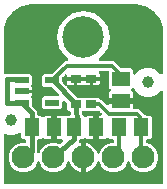
<source format=gbr>
G04 EAGLE Gerber RS-274X export*
G75*
%MOMM*%
%FSLAX34Y34*%
%LPD*%
%INTop Copper*%
%IPPOS*%
%AMOC8*
5,1,8,0,0,1.08239X$1,22.5*%
G01*
%ADD10R,0.900000X0.660000*%
%ADD11R,1.300000X1.500000*%
%ADD12C,1.000000*%
%ADD13R,1.200000X0.550000*%
%ADD14R,1.500000X1.300000*%
%ADD15C,1.930400*%
%ADD16C,3.516000*%
%ADD17C,0.304800*%
%ADD18C,0.906400*%
%ADD19C,0.406400*%

G36*
X46448Y50816D02*
X46448Y50816D01*
X46567Y50823D01*
X46605Y50836D01*
X46645Y50841D01*
X46756Y50885D01*
X46869Y50921D01*
X46904Y50943D01*
X46941Y50958D01*
X47037Y51028D01*
X47138Y51091D01*
X47166Y51121D01*
X47198Y51145D01*
X47274Y51236D01*
X47356Y51323D01*
X47375Y51358D01*
X47401Y51390D01*
X47452Y51497D01*
X47509Y51601D01*
X47520Y51641D01*
X47537Y51677D01*
X47559Y51794D01*
X47589Y51909D01*
X47593Y51970D01*
X47597Y51990D01*
X47595Y52010D01*
X47599Y52070D01*
X47599Y60841D01*
X51894Y60841D01*
X52541Y60668D01*
X52555Y60659D01*
X52659Y60616D01*
X52759Y60564D01*
X52805Y60554D01*
X52849Y60536D01*
X52960Y60519D01*
X53070Y60495D01*
X53117Y60496D01*
X53163Y60489D01*
X53275Y60501D01*
X53387Y60504D01*
X53433Y60518D01*
X53480Y60522D01*
X53585Y60562D01*
X53693Y60593D01*
X53733Y60617D01*
X53778Y60633D01*
X53870Y60697D01*
X53967Y60754D01*
X54021Y60802D01*
X54039Y60815D01*
X54051Y60828D01*
X54065Y60841D01*
X57863Y60841D01*
X57871Y60842D01*
X57879Y60841D01*
X58029Y60862D01*
X58179Y60881D01*
X58186Y60883D01*
X58194Y60884D01*
X58334Y60942D01*
X58475Y60998D01*
X58481Y61002D01*
X58488Y61005D01*
X58609Y61095D01*
X58732Y61184D01*
X58737Y61190D01*
X58743Y61195D01*
X58838Y61312D01*
X58935Y61429D01*
X58938Y61436D01*
X58943Y61442D01*
X59007Y61582D01*
X59070Y61717D01*
X59072Y61725D01*
X59075Y61732D01*
X59102Y61882D01*
X59130Y62029D01*
X59130Y62037D01*
X59131Y62045D01*
X59129Y62206D01*
X59045Y63316D01*
X59031Y63386D01*
X59026Y63457D01*
X58999Y63541D01*
X58982Y63627D01*
X58950Y63692D01*
X58928Y63759D01*
X58881Y63834D01*
X58842Y63913D01*
X58796Y63968D01*
X58758Y64028D01*
X58694Y64089D01*
X58637Y64156D01*
X58579Y64197D01*
X58527Y64246D01*
X58449Y64289D01*
X58377Y64340D01*
X58310Y64365D01*
X58248Y64400D01*
X58163Y64422D01*
X58080Y64453D01*
X58009Y64461D01*
X57940Y64479D01*
X57779Y64489D01*
X57548Y64489D01*
X56059Y65978D01*
X56059Y70651D01*
X56049Y70729D01*
X56050Y70807D01*
X56030Y70886D01*
X56019Y70966D01*
X55990Y71039D01*
X55971Y71116D01*
X55932Y71187D01*
X55902Y71262D01*
X55856Y71325D01*
X55818Y71395D01*
X55716Y71519D01*
X54217Y73117D01*
X54085Y73226D01*
X53972Y73320D01*
X53854Y73376D01*
X53684Y73456D01*
X53584Y73475D01*
X53372Y73515D01*
X53371Y73516D01*
X53231Y73507D01*
X53054Y73496D01*
X52930Y73456D01*
X52752Y73398D01*
X52588Y73294D01*
X52483Y73228D01*
X52326Y73061D01*
X52265Y72996D01*
X52181Y72844D01*
X52112Y72718D01*
X52111Y72718D01*
X52111Y72717D01*
X52083Y72608D01*
X52032Y72410D01*
X52022Y72249D01*
X52022Y67978D01*
X50533Y66489D01*
X36429Y66489D01*
X34940Y67978D01*
X34940Y75582D01*
X36429Y77071D01*
X47578Y77071D01*
X47696Y77086D01*
X47815Y77093D01*
X47853Y77105D01*
X47894Y77111D01*
X48004Y77154D01*
X48117Y77191D01*
X48152Y77213D01*
X48189Y77228D01*
X48285Y77297D01*
X48386Y77361D01*
X48414Y77391D01*
X48447Y77414D01*
X48522Y77506D01*
X48604Y77593D01*
X48624Y77628D01*
X48649Y77659D01*
X48700Y77767D01*
X48758Y77871D01*
X48768Y77910D01*
X48785Y77947D01*
X48807Y78064D01*
X48837Y78179D01*
X48837Y78220D01*
X48845Y78259D01*
X48837Y78378D01*
X48838Y78497D01*
X48828Y78536D01*
X48825Y78577D01*
X48788Y78690D01*
X48759Y78805D01*
X48740Y78841D01*
X48727Y78879D01*
X48663Y78980D01*
X48606Y79084D01*
X48568Y79131D01*
X48557Y79148D01*
X48542Y79162D01*
X48504Y79208D01*
X42989Y85088D01*
X42897Y85164D01*
X42810Y85246D01*
X42775Y85265D01*
X42744Y85291D01*
X42636Y85342D01*
X42532Y85400D01*
X42493Y85410D01*
X42456Y85427D01*
X42339Y85449D01*
X42224Y85479D01*
X42164Y85483D01*
X42144Y85487D01*
X42124Y85485D01*
X42063Y85489D01*
X36429Y85489D01*
X34940Y86978D01*
X34940Y94582D01*
X36429Y96071D01*
X42498Y96071D01*
X42596Y96083D01*
X42695Y96086D01*
X42753Y96103D01*
X42813Y96111D01*
X42905Y96147D01*
X43000Y96175D01*
X43052Y96205D01*
X43109Y96228D01*
X43189Y96286D01*
X43274Y96336D01*
X43350Y96402D01*
X43366Y96414D01*
X43374Y96424D01*
X43395Y96442D01*
X53887Y106935D01*
X55664Y106935D01*
X55768Y106948D01*
X55872Y106952D01*
X55925Y106968D01*
X55980Y106975D01*
X56077Y107013D01*
X56177Y107043D01*
X56225Y107071D01*
X56276Y107092D01*
X56360Y107153D01*
X56450Y107207D01*
X56488Y107246D01*
X56533Y107278D01*
X56600Y107359D01*
X56673Y107433D01*
X56701Y107481D01*
X56736Y107523D01*
X56780Y107618D01*
X56833Y107708D01*
X56848Y107761D01*
X56871Y107811D01*
X56891Y107914D01*
X56919Y108014D01*
X56921Y108069D01*
X56931Y108123D01*
X56925Y108228D01*
X56927Y108332D01*
X56915Y108386D01*
X56911Y108441D01*
X56879Y108540D01*
X56856Y108642D01*
X56830Y108691D01*
X56813Y108743D01*
X56757Y108832D01*
X56709Y108924D01*
X56673Y108966D01*
X56643Y109012D01*
X56567Y109084D01*
X56498Y109162D01*
X56427Y109215D01*
X56412Y109230D01*
X56398Y109237D01*
X56370Y109259D01*
X53816Y110966D01*
X48900Y118322D01*
X47174Y127000D01*
X48900Y135678D01*
X53816Y143034D01*
X61172Y147950D01*
X69850Y149676D01*
X78528Y147950D01*
X85884Y143034D01*
X90800Y135678D01*
X92526Y127000D01*
X90800Y118322D01*
X85884Y110966D01*
X83330Y109259D01*
X83251Y109191D01*
X83167Y109130D01*
X83132Y109087D01*
X83090Y109051D01*
X83031Y108965D01*
X82964Y108885D01*
X82941Y108835D01*
X82909Y108789D01*
X82873Y108691D01*
X82829Y108597D01*
X82818Y108543D01*
X82799Y108491D01*
X82788Y108387D01*
X82769Y108284D01*
X82772Y108229D01*
X82767Y108175D01*
X82782Y108071D01*
X82789Y107967D01*
X82806Y107915D01*
X82814Y107860D01*
X82854Y107764D01*
X82887Y107665D01*
X82916Y107618D01*
X82938Y107567D01*
X83001Y107484D01*
X83057Y107396D01*
X83097Y107358D01*
X83130Y107314D01*
X83212Y107249D01*
X83288Y107178D01*
X83337Y107151D01*
X83380Y107117D01*
X83476Y107075D01*
X83567Y107024D01*
X83620Y107011D01*
X83671Y106988D01*
X83774Y106971D01*
X83875Y106945D01*
X83963Y106939D01*
X83984Y106936D01*
X83999Y106937D01*
X84036Y106935D01*
X95664Y106935D01*
X98416Y104182D01*
X101136Y101462D01*
X101214Y101402D01*
X101286Y101334D01*
X101339Y101305D01*
X101387Y101268D01*
X101478Y101228D01*
X101565Y101180D01*
X101623Y101165D01*
X101679Y101141D01*
X101777Y101126D01*
X101873Y101101D01*
X101973Y101095D01*
X101993Y101091D01*
X102005Y101093D01*
X102033Y101091D01*
X110152Y101091D01*
X111641Y99602D01*
X111641Y96880D01*
X111658Y96743D01*
X111671Y96604D01*
X111678Y96585D01*
X111681Y96565D01*
X111732Y96436D01*
X111779Y96305D01*
X111790Y96288D01*
X111798Y96269D01*
X111879Y96157D01*
X111957Y96041D01*
X111973Y96028D01*
X111984Y96012D01*
X112092Y95923D01*
X112196Y95831D01*
X112214Y95822D01*
X112229Y95809D01*
X112355Y95750D01*
X112479Y95686D01*
X112499Y95682D01*
X112517Y95673D01*
X112653Y95647D01*
X112789Y95617D01*
X112810Y95617D01*
X112829Y95614D01*
X112968Y95622D01*
X113107Y95626D01*
X113127Y95632D01*
X113147Y95633D01*
X113279Y95676D01*
X113413Y95715D01*
X113430Y95725D01*
X113449Y95731D01*
X113567Y95806D01*
X113687Y95876D01*
X113708Y95895D01*
X113718Y95901D01*
X113732Y95916D01*
X113807Y95983D01*
X117356Y99532D01*
X121965Y101441D01*
X126955Y101441D01*
X131564Y99532D01*
X134993Y96103D01*
X135102Y96017D01*
X135209Y95929D01*
X135228Y95920D01*
X135244Y95908D01*
X135372Y95852D01*
X135497Y95793D01*
X135517Y95790D01*
X135536Y95781D01*
X135674Y95760D01*
X135810Y95734D01*
X135830Y95735D01*
X135850Y95732D01*
X135989Y95745D01*
X136127Y95753D01*
X136146Y95760D01*
X136166Y95761D01*
X136298Y95809D01*
X136429Y95851D01*
X136447Y95862D01*
X136466Y95869D01*
X136581Y95947D01*
X136698Y96021D01*
X136712Y96036D01*
X136729Y96048D01*
X136821Y96152D01*
X136916Y96253D01*
X136926Y96271D01*
X136939Y96286D01*
X137003Y96410D01*
X137070Y96532D01*
X137075Y96551D01*
X137084Y96569D01*
X137114Y96705D01*
X137149Y96840D01*
X137151Y96868D01*
X137154Y96880D01*
X137153Y96900D01*
X137159Y97000D01*
X137159Y132080D01*
X137157Y132102D01*
X137155Y132180D01*
X136890Y135557D01*
X136876Y135625D01*
X136871Y135694D01*
X136831Y135850D01*
X134744Y142274D01*
X134694Y142381D01*
X134650Y142492D01*
X134617Y142543D01*
X134609Y142562D01*
X134596Y142577D01*
X134564Y142628D01*
X130593Y148092D01*
X130512Y148179D01*
X130436Y148271D01*
X130390Y148309D01*
X130376Y148324D01*
X130358Y148335D01*
X130312Y148373D01*
X124848Y152344D01*
X124744Y152401D01*
X124644Y152465D01*
X124587Y152487D01*
X124569Y152497D01*
X124549Y152502D01*
X124494Y152524D01*
X118070Y154611D01*
X118002Y154624D01*
X117936Y154647D01*
X117777Y154670D01*
X114400Y154935D01*
X114378Y154934D01*
X114300Y154939D01*
X25400Y154939D01*
X25378Y154937D01*
X25300Y154935D01*
X21923Y154670D01*
X21855Y154656D01*
X21786Y154651D01*
X21630Y154611D01*
X15206Y152524D01*
X15099Y152474D01*
X14988Y152430D01*
X14937Y152397D01*
X14918Y152389D01*
X14903Y152376D01*
X14852Y152344D01*
X9388Y148373D01*
X9301Y148292D01*
X9209Y148216D01*
X9171Y148170D01*
X9156Y148156D01*
X9145Y148138D01*
X9107Y148092D01*
X5136Y142628D01*
X5079Y142524D01*
X5015Y142424D01*
X4993Y142367D01*
X4983Y142349D01*
X4978Y142329D01*
X4956Y142274D01*
X2869Y135850D01*
X2856Y135782D01*
X2833Y135716D01*
X2810Y135557D01*
X2545Y132180D01*
X2546Y132158D01*
X2541Y132080D01*
X2541Y97282D01*
X2556Y97164D01*
X2563Y97045D01*
X2576Y97007D01*
X2581Y96966D01*
X2624Y96856D01*
X2661Y96743D01*
X2683Y96708D01*
X2698Y96671D01*
X2767Y96575D01*
X2831Y96474D01*
X2861Y96446D01*
X2884Y96413D01*
X2976Y96337D01*
X3063Y96256D01*
X3098Y96236D01*
X3129Y96211D01*
X3237Y96160D01*
X3341Y96102D01*
X3381Y96092D01*
X3417Y96075D01*
X3534Y96053D01*
X3649Y96023D01*
X3709Y96019D01*
X3729Y96015D01*
X3750Y96017D01*
X3810Y96013D01*
X9843Y96013D01*
X9941Y96025D01*
X10040Y96028D01*
X10098Y96045D01*
X10158Y96053D01*
X10204Y96071D01*
X24531Y96071D01*
X26020Y94582D01*
X26020Y86978D01*
X25879Y86837D01*
X25810Y86748D01*
X25735Y86664D01*
X25713Y86623D01*
X25684Y86585D01*
X25639Y86482D01*
X25587Y86383D01*
X25576Y86337D01*
X25557Y86293D01*
X25540Y86182D01*
X25514Y86073D01*
X25515Y86026D01*
X25508Y85979D01*
X25518Y85867D01*
X25520Y85755D01*
X25533Y85710D01*
X25537Y85663D01*
X25575Y85557D01*
X25605Y85449D01*
X25638Y85384D01*
X25645Y85363D01*
X25655Y85348D01*
X25677Y85304D01*
X25847Y85011D01*
X26020Y84364D01*
X26020Y82654D01*
X17584Y82654D01*
X17466Y82639D01*
X17347Y82632D01*
X17309Y82619D01*
X17269Y82614D01*
X17158Y82571D01*
X17045Y82534D01*
X17011Y82512D01*
X16973Y82497D01*
X16877Y82428D01*
X16776Y82364D01*
X16748Y82334D01*
X16716Y82311D01*
X16640Y82219D01*
X16558Y82132D01*
X16539Y82097D01*
X16513Y82066D01*
X16462Y81958D01*
X16405Y81854D01*
X16395Y81814D01*
X16377Y81778D01*
X16355Y81661D01*
X16325Y81546D01*
X16321Y81486D01*
X16318Y81466D01*
X16319Y81445D01*
X16315Y81385D01*
X16315Y81175D01*
X16330Y81057D01*
X16337Y80938D01*
X16350Y80900D01*
X16355Y80859D01*
X16399Y80749D01*
X16435Y80636D01*
X16457Y80601D01*
X16472Y80564D01*
X16542Y80467D01*
X16605Y80367D01*
X16635Y80339D01*
X16659Y80306D01*
X16750Y80230D01*
X16837Y80149D01*
X16872Y80129D01*
X16904Y80104D01*
X17011Y80053D01*
X17116Y79995D01*
X17155Y79985D01*
X17191Y79968D01*
X17308Y79946D01*
X17424Y79916D01*
X17484Y79912D01*
X17504Y79908D01*
X17524Y79910D01*
X17584Y79906D01*
X26020Y79906D01*
X26020Y78196D01*
X25847Y77549D01*
X25677Y77256D01*
X25633Y77152D01*
X25582Y77052D01*
X25572Y77006D01*
X25554Y76962D01*
X25537Y76851D01*
X25513Y76742D01*
X25514Y76695D01*
X25507Y76648D01*
X25519Y76536D01*
X25522Y76424D01*
X25535Y76378D01*
X25540Y76332D01*
X25580Y76226D01*
X25611Y76118D01*
X25635Y76078D01*
X25651Y76033D01*
X25715Y75941D01*
X25772Y75844D01*
X25820Y75790D01*
X25832Y75772D01*
X25846Y75760D01*
X25879Y75723D01*
X26020Y75582D01*
X26020Y70232D01*
X26032Y70134D01*
X26035Y70035D01*
X26052Y69976D01*
X26060Y69916D01*
X26096Y69824D01*
X26124Y69729D01*
X26154Y69677D01*
X26177Y69621D01*
X26235Y69541D01*
X26285Y69455D01*
X26351Y69380D01*
X26363Y69363D01*
X26373Y69355D01*
X26391Y69334D01*
X30633Y65093D01*
X30633Y62110D01*
X30648Y61992D01*
X30655Y61873D01*
X30668Y61835D01*
X30673Y61794D01*
X30716Y61684D01*
X30753Y61571D01*
X30775Y61536D01*
X30790Y61499D01*
X30860Y61402D01*
X30923Y61302D01*
X30953Y61274D01*
X30976Y61241D01*
X31068Y61165D01*
X31155Y61084D01*
X31190Y61064D01*
X31221Y61039D01*
X31329Y60988D01*
X31433Y60930D01*
X31473Y60920D01*
X31509Y60903D01*
X31626Y60881D01*
X31741Y60851D01*
X31801Y60847D01*
X31821Y60843D01*
X31842Y60845D01*
X31902Y60841D01*
X33612Y60841D01*
X34663Y59791D01*
X34757Y59718D01*
X34846Y59639D01*
X34882Y59620D01*
X34914Y59596D01*
X35023Y59548D01*
X35129Y59494D01*
X35168Y59485D01*
X35206Y59469D01*
X35323Y59451D01*
X35439Y59425D01*
X35480Y59426D01*
X35520Y59419D01*
X35638Y59431D01*
X35757Y59434D01*
X35796Y59446D01*
X35836Y59449D01*
X35948Y59490D01*
X36063Y59523D01*
X36098Y59543D01*
X36136Y59557D01*
X36234Y59624D01*
X36337Y59684D01*
X36382Y59724D01*
X36399Y59735D01*
X36412Y59751D01*
X36458Y59791D01*
X37000Y60333D01*
X37579Y60668D01*
X38226Y60841D01*
X42521Y60841D01*
X42521Y52070D01*
X42536Y51952D01*
X42543Y51833D01*
X42556Y51795D01*
X42561Y51755D01*
X42604Y51644D01*
X42641Y51531D01*
X42663Y51496D01*
X42678Y51459D01*
X42748Y51363D01*
X42811Y51262D01*
X42841Y51234D01*
X42865Y51202D01*
X42956Y51126D01*
X43043Y51044D01*
X43078Y51025D01*
X43109Y50999D01*
X43217Y50948D01*
X43321Y50891D01*
X43361Y50880D01*
X43397Y50863D01*
X43514Y50841D01*
X43629Y50811D01*
X43690Y50807D01*
X43710Y50803D01*
X43730Y50805D01*
X43790Y50801D01*
X46330Y50801D01*
X46448Y50816D01*
G37*
G36*
X136008Y2556D02*
X136008Y2556D01*
X136127Y2563D01*
X136165Y2576D01*
X136206Y2581D01*
X136316Y2624D01*
X136429Y2661D01*
X136464Y2683D01*
X136501Y2698D01*
X136597Y2767D01*
X136698Y2831D01*
X136726Y2861D01*
X136759Y2884D01*
X136835Y2976D01*
X136916Y3063D01*
X136936Y3098D01*
X136961Y3129D01*
X137012Y3237D01*
X137070Y3341D01*
X137080Y3381D01*
X137097Y3417D01*
X137119Y3534D01*
X137149Y3649D01*
X137153Y3709D01*
X137157Y3729D01*
X137155Y3750D01*
X137159Y3810D01*
X137159Y80800D01*
X137142Y80937D01*
X137129Y81076D01*
X137122Y81095D01*
X137119Y81115D01*
X137068Y81244D01*
X137021Y81375D01*
X137010Y81392D01*
X137002Y81411D01*
X136921Y81523D01*
X136843Y81639D01*
X136827Y81652D01*
X136816Y81668D01*
X136709Y81757D01*
X136604Y81849D01*
X136586Y81858D01*
X136571Y81871D01*
X136445Y81930D01*
X136321Y81994D01*
X136301Y81998D01*
X136283Y82007D01*
X136147Y82033D01*
X136011Y82063D01*
X135990Y82063D01*
X135971Y82066D01*
X135832Y82058D01*
X135693Y82054D01*
X135673Y82048D01*
X135653Y82047D01*
X135521Y82004D01*
X135387Y81965D01*
X135370Y81955D01*
X135351Y81949D01*
X135233Y81874D01*
X135113Y81804D01*
X135092Y81785D01*
X135082Y81779D01*
X135068Y81764D01*
X134993Y81697D01*
X131564Y78268D01*
X126955Y76359D01*
X121965Y76359D01*
X117356Y78268D01*
X113828Y81796D01*
X113123Y83498D01*
X113099Y83541D01*
X113082Y83588D01*
X113020Y83679D01*
X112966Y83775D01*
X112931Y83810D01*
X112903Y83851D01*
X112821Y83924D01*
X112745Y84003D01*
X112702Y84029D01*
X112665Y84062D01*
X112567Y84112D01*
X112473Y84169D01*
X112426Y84184D01*
X112382Y84207D01*
X112274Y84231D01*
X112170Y84263D01*
X112120Y84265D01*
X112071Y84276D01*
X111961Y84273D01*
X111852Y84278D01*
X111803Y84268D01*
X111754Y84267D01*
X111648Y84236D01*
X111540Y84214D01*
X111496Y84192D01*
X111448Y84178D01*
X111354Y84122D01*
X111255Y84074D01*
X111217Y84042D01*
X111174Y84017D01*
X111053Y83910D01*
X110591Y83447D01*
X110518Y83353D01*
X110439Y83264D01*
X110421Y83228D01*
X110396Y83196D01*
X110348Y83087D01*
X110294Y82981D01*
X110285Y82942D01*
X110269Y82904D01*
X110251Y82787D01*
X110225Y82671D01*
X110226Y82630D01*
X110219Y82590D01*
X110231Y82472D01*
X110234Y82353D01*
X110246Y82314D01*
X110249Y82274D01*
X110290Y82162D01*
X110323Y82047D01*
X110343Y82012D01*
X110357Y81974D01*
X110424Y81876D01*
X110484Y81773D01*
X110524Y81728D01*
X110535Y81711D01*
X110551Y81698D01*
X110591Y81652D01*
X111133Y81110D01*
X111468Y80531D01*
X111641Y79884D01*
X111641Y75589D01*
X102870Y75589D01*
X102752Y75574D01*
X102633Y75567D01*
X102595Y75554D01*
X102555Y75549D01*
X102444Y75505D01*
X102331Y75469D01*
X102296Y75447D01*
X102259Y75432D01*
X102163Y75362D01*
X102062Y75299D01*
X102034Y75269D01*
X102002Y75245D01*
X101926Y75154D01*
X101844Y75067D01*
X101825Y75032D01*
X101799Y75000D01*
X101748Y74893D01*
X101691Y74789D01*
X101680Y74749D01*
X101663Y74713D01*
X101641Y74596D01*
X101611Y74481D01*
X101607Y74420D01*
X101603Y74400D01*
X101605Y74380D01*
X101601Y74320D01*
X101601Y71780D01*
X101616Y71662D01*
X101623Y71543D01*
X101636Y71505D01*
X101641Y71465D01*
X101685Y71354D01*
X101721Y71241D01*
X101743Y71206D01*
X101758Y71169D01*
X101828Y71073D01*
X101891Y70972D01*
X101921Y70944D01*
X101945Y70911D01*
X102036Y70836D01*
X102123Y70754D01*
X102158Y70734D01*
X102190Y70709D01*
X102297Y70658D01*
X102401Y70600D01*
X102441Y70590D01*
X102477Y70573D01*
X102594Y70551D01*
X102709Y70521D01*
X102770Y70517D01*
X102790Y70513D01*
X102810Y70515D01*
X102870Y70511D01*
X111641Y70511D01*
X111641Y67564D01*
X111656Y67446D01*
X111663Y67327D01*
X111676Y67289D01*
X111681Y67248D01*
X111724Y67138D01*
X111761Y67025D01*
X111783Y66990D01*
X111798Y66953D01*
X111867Y66857D01*
X111931Y66756D01*
X111961Y66728D01*
X111984Y66695D01*
X112076Y66619D01*
X112163Y66538D01*
X112198Y66518D01*
X112229Y66493D01*
X112337Y66442D01*
X112441Y66384D01*
X112481Y66374D01*
X112517Y66357D01*
X112634Y66335D01*
X112749Y66305D01*
X112809Y66301D01*
X112829Y66297D01*
X112850Y66299D01*
X112910Y66295D01*
X117254Y66295D01*
X122336Y61212D01*
X122414Y61152D01*
X122486Y61084D01*
X122539Y61055D01*
X122587Y61018D01*
X122678Y60978D01*
X122765Y60930D01*
X122823Y60915D01*
X122879Y60891D01*
X122977Y60876D01*
X123073Y60851D01*
X123173Y60845D01*
X123193Y60841D01*
X123205Y60843D01*
X123233Y60841D01*
X126272Y60841D01*
X127761Y59352D01*
X127761Y42248D01*
X126272Y40759D01*
X124054Y40759D01*
X123936Y40744D01*
X123817Y40737D01*
X123779Y40724D01*
X123738Y40719D01*
X123628Y40676D01*
X123515Y40639D01*
X123480Y40617D01*
X123443Y40602D01*
X123347Y40533D01*
X123246Y40469D01*
X123218Y40439D01*
X123185Y40416D01*
X123109Y40324D01*
X123028Y40237D01*
X123008Y40202D01*
X122983Y40171D01*
X122932Y40063D01*
X122874Y39959D01*
X122864Y39919D01*
X122847Y39883D01*
X122825Y39766D01*
X122795Y39651D01*
X122791Y39591D01*
X122787Y39571D01*
X122789Y39550D01*
X122785Y39490D01*
X122785Y38561D01*
X122788Y38532D01*
X122786Y38502D01*
X122808Y38374D01*
X122825Y38246D01*
X122835Y38218D01*
X122840Y38189D01*
X122894Y38071D01*
X122942Y37950D01*
X122959Y37926D01*
X122971Y37899D01*
X123052Y37798D01*
X123128Y37693D01*
X123151Y37674D01*
X123170Y37651D01*
X123273Y37573D01*
X123373Y37490D01*
X123400Y37477D01*
X123424Y37459D01*
X123568Y37389D01*
X127557Y35737D01*
X130987Y32307D01*
X132843Y27825D01*
X132843Y22975D01*
X130987Y18493D01*
X127557Y15063D01*
X123075Y13207D01*
X118225Y13207D01*
X113743Y15063D01*
X110313Y18493D01*
X109123Y21368D01*
X109054Y21489D01*
X108989Y21612D01*
X108975Y21627D01*
X108965Y21645D01*
X108868Y21744D01*
X108775Y21847D01*
X108758Y21859D01*
X108744Y21873D01*
X108625Y21946D01*
X108509Y22022D01*
X108490Y22029D01*
X108473Y22039D01*
X108340Y22080D01*
X108208Y22125D01*
X108188Y22127D01*
X108169Y22133D01*
X108030Y22140D01*
X107891Y22151D01*
X107871Y22147D01*
X107851Y22148D01*
X107715Y22120D01*
X107578Y22096D01*
X107559Y22088D01*
X107540Y22084D01*
X107414Y22022D01*
X107288Y21966D01*
X107272Y21953D01*
X107254Y21944D01*
X107148Y21854D01*
X107040Y21767D01*
X107027Y21751D01*
X107012Y21738D01*
X106932Y21624D01*
X106848Y21513D01*
X106836Y21488D01*
X106829Y21478D01*
X106822Y21458D01*
X106777Y21368D01*
X105587Y18493D01*
X102157Y15063D01*
X97675Y13207D01*
X92825Y13207D01*
X88343Y15063D01*
X84913Y18493D01*
X83715Y21386D01*
X83701Y21412D01*
X83691Y21440D01*
X83622Y21550D01*
X83558Y21662D01*
X83537Y21684D01*
X83521Y21709D01*
X83427Y21798D01*
X83337Y21891D01*
X83311Y21906D01*
X83289Y21927D01*
X83176Y21989D01*
X83065Y22057D01*
X83037Y22066D01*
X83011Y22080D01*
X82885Y22113D01*
X82761Y22151D01*
X82732Y22152D01*
X82703Y22159D01*
X82573Y22160D01*
X82444Y22166D01*
X82415Y22160D01*
X82385Y22160D01*
X82259Y22128D01*
X82132Y22101D01*
X82105Y22088D01*
X82077Y22081D01*
X81963Y22019D01*
X81847Y21962D01*
X81824Y21942D01*
X81798Y21928D01*
X81703Y21840D01*
X81605Y21755D01*
X81587Y21731D01*
X81566Y21710D01*
X81496Y21601D01*
X81422Y21495D01*
X81411Y21467D01*
X81395Y21442D01*
X81336Y21292D01*
X81149Y20720D01*
X80278Y19010D01*
X79150Y17457D01*
X77793Y16100D01*
X76240Y14972D01*
X74530Y14101D01*
X72705Y13507D01*
X72349Y13451D01*
X72349Y24170D01*
X72334Y24288D01*
X72327Y24407D01*
X72314Y24445D01*
X72309Y24485D01*
X72266Y24596D01*
X72229Y24709D01*
X72207Y24743D01*
X72192Y24781D01*
X72123Y24877D01*
X72059Y24978D01*
X72029Y25006D01*
X72006Y25038D01*
X71914Y25114D01*
X71827Y25196D01*
X71792Y25215D01*
X71761Y25241D01*
X71653Y25292D01*
X71549Y25349D01*
X71509Y25359D01*
X71473Y25377D01*
X71366Y25397D01*
X71396Y25401D01*
X71506Y25445D01*
X71619Y25481D01*
X71654Y25503D01*
X71691Y25518D01*
X71787Y25588D01*
X71888Y25651D01*
X71916Y25681D01*
X71949Y25705D01*
X72025Y25796D01*
X72106Y25883D01*
X72126Y25918D01*
X72151Y25950D01*
X72202Y26057D01*
X72260Y26162D01*
X72270Y26201D01*
X72287Y26237D01*
X72309Y26354D01*
X72339Y26470D01*
X72343Y26530D01*
X72347Y26550D01*
X72345Y26570D01*
X72347Y26576D01*
X72346Y26583D01*
X72349Y26630D01*
X72349Y37349D01*
X72705Y37293D01*
X74530Y36699D01*
X76240Y35828D01*
X77793Y34700D01*
X79150Y33343D01*
X80278Y31790D01*
X81149Y30080D01*
X81336Y29508D01*
X81348Y29481D01*
X81355Y29451D01*
X81416Y29337D01*
X81471Y29220D01*
X81490Y29197D01*
X81504Y29170D01*
X81591Y29074D01*
X81674Y28975D01*
X81698Y28957D01*
X81718Y28935D01*
X81826Y28864D01*
X81931Y28788D01*
X81959Y28777D01*
X81984Y28760D01*
X82106Y28718D01*
X82227Y28670D01*
X82256Y28667D01*
X82284Y28657D01*
X82414Y28647D01*
X82542Y28630D01*
X82572Y28634D01*
X82601Y28632D01*
X82729Y28654D01*
X82858Y28670D01*
X82885Y28681D01*
X82915Y28686D01*
X83033Y28739D01*
X83153Y28787D01*
X83178Y28805D01*
X83205Y28817D01*
X83306Y28898D01*
X83411Y28974D01*
X83430Y28997D01*
X83453Y29015D01*
X83531Y29119D01*
X83614Y29219D01*
X83626Y29246D01*
X83644Y29269D01*
X83715Y29414D01*
X84913Y32307D01*
X88343Y35737D01*
X92825Y37593D01*
X94386Y37593D01*
X94504Y37608D01*
X94623Y37615D01*
X94661Y37628D01*
X94702Y37633D01*
X94812Y37676D01*
X94925Y37713D01*
X94960Y37735D01*
X94997Y37750D01*
X95093Y37819D01*
X95194Y37883D01*
X95222Y37913D01*
X95255Y37936D01*
X95331Y38028D01*
X95412Y38115D01*
X95432Y38150D01*
X95457Y38181D01*
X95508Y38289D01*
X95566Y38393D01*
X95576Y38433D01*
X95593Y38469D01*
X95615Y38586D01*
X95645Y38701D01*
X95649Y38761D01*
X95653Y38781D01*
X95651Y38802D01*
X95655Y38862D01*
X95655Y39490D01*
X95640Y39608D01*
X95633Y39727D01*
X95620Y39765D01*
X95615Y39806D01*
X95572Y39916D01*
X95535Y40029D01*
X95513Y40064D01*
X95498Y40101D01*
X95429Y40197D01*
X95365Y40298D01*
X95335Y40326D01*
X95312Y40359D01*
X95220Y40435D01*
X95133Y40516D01*
X95098Y40536D01*
X95067Y40561D01*
X94959Y40612D01*
X94855Y40670D01*
X94815Y40680D01*
X94779Y40697D01*
X94662Y40719D01*
X94547Y40749D01*
X94487Y40753D01*
X94467Y40757D01*
X94446Y40755D01*
X94386Y40759D01*
X92168Y40759D01*
X91067Y41860D01*
X90960Y41943D01*
X90936Y41963D01*
X90883Y42010D01*
X90876Y42014D01*
X90857Y42029D01*
X90835Y42040D01*
X90816Y42055D01*
X90692Y42108D01*
X90662Y42123D01*
X90600Y42154D01*
X90592Y42156D01*
X90570Y42167D01*
X90546Y42171D01*
X90524Y42181D01*
X90390Y42202D01*
X90361Y42208D01*
X90289Y42224D01*
X90281Y42224D01*
X90258Y42228D01*
X90234Y42227D01*
X90210Y42231D01*
X90075Y42218D01*
X90053Y42217D01*
X89972Y42214D01*
X89963Y42212D01*
X89941Y42211D01*
X89918Y42203D01*
X89893Y42201D01*
X89766Y42155D01*
X89755Y42152D01*
X89666Y42126D01*
X89657Y42121D01*
X89637Y42115D01*
X89617Y42102D01*
X89594Y42093D01*
X89483Y42018D01*
X89392Y41965D01*
X89379Y41953D01*
X89368Y41946D01*
X89351Y41928D01*
X89331Y41915D01*
X89314Y41896D01*
X89271Y41858D01*
X88680Y41267D01*
X88101Y40932D01*
X87454Y40759D01*
X83159Y40759D01*
X83159Y49530D01*
X83144Y49648D01*
X83137Y49767D01*
X83124Y49805D01*
X83119Y49845D01*
X83075Y49956D01*
X83039Y50069D01*
X83017Y50104D01*
X83002Y50141D01*
X82932Y50237D01*
X82869Y50338D01*
X82839Y50366D01*
X82815Y50398D01*
X82724Y50474D01*
X82637Y50556D01*
X82602Y50575D01*
X82570Y50601D01*
X82463Y50652D01*
X82359Y50709D01*
X82319Y50720D01*
X82283Y50737D01*
X82166Y50759D01*
X82051Y50789D01*
X81990Y50793D01*
X81970Y50797D01*
X81950Y50795D01*
X81890Y50799D01*
X79350Y50799D01*
X79232Y50784D01*
X79113Y50777D01*
X79075Y50764D01*
X79035Y50759D01*
X78924Y50715D01*
X78811Y50679D01*
X78776Y50657D01*
X78739Y50642D01*
X78643Y50572D01*
X78542Y50509D01*
X78514Y50479D01*
X78481Y50455D01*
X78406Y50364D01*
X78324Y50277D01*
X78304Y50242D01*
X78279Y50210D01*
X78228Y50103D01*
X78170Y49999D01*
X78160Y49959D01*
X78143Y49923D01*
X78121Y49806D01*
X78091Y49691D01*
X78087Y49630D01*
X78083Y49610D01*
X78085Y49590D01*
X78083Y49583D01*
X78084Y49577D01*
X78081Y49530D01*
X78081Y40759D01*
X73786Y40759D01*
X73139Y40932D01*
X72560Y41267D01*
X72018Y41809D01*
X71923Y41882D01*
X71834Y41961D01*
X71798Y41979D01*
X71766Y42004D01*
X71657Y42052D01*
X71551Y42106D01*
X71512Y42115D01*
X71474Y42131D01*
X71357Y42149D01*
X71241Y42175D01*
X71200Y42174D01*
X71160Y42180D01*
X71042Y42169D01*
X70923Y42166D01*
X70884Y42154D01*
X70844Y42151D01*
X70731Y42110D01*
X70617Y42077D01*
X70583Y42057D01*
X70544Y42043D01*
X70446Y41976D01*
X70343Y41916D01*
X70298Y41876D01*
X70281Y41864D01*
X70268Y41849D01*
X70223Y41809D01*
X69172Y40759D01*
X67462Y40759D01*
X67344Y40744D01*
X67225Y40737D01*
X67187Y40724D01*
X67146Y40719D01*
X67036Y40676D01*
X66923Y40639D01*
X66888Y40617D01*
X66851Y40602D01*
X66755Y40533D01*
X66654Y40469D01*
X66626Y40439D01*
X66593Y40416D01*
X66517Y40324D01*
X66436Y40237D01*
X66416Y40202D01*
X66391Y40171D01*
X66340Y40063D01*
X66282Y39959D01*
X66272Y39919D01*
X66255Y39883D01*
X66233Y39766D01*
X66203Y39651D01*
X66199Y39591D01*
X66195Y39571D01*
X66197Y39550D01*
X66193Y39490D01*
X66193Y39247D01*
X66185Y39220D01*
X66151Y39142D01*
X66139Y39068D01*
X66118Y38997D01*
X66111Y38925D01*
X66083Y38831D01*
X66081Y38775D01*
X66071Y38721D01*
X66076Y38617D01*
X66073Y38513D01*
X66085Y38459D01*
X66088Y38403D01*
X66120Y38304D01*
X66142Y38203D01*
X66167Y38153D01*
X66184Y38100D01*
X66239Y38012D01*
X66286Y37919D01*
X66323Y37878D01*
X66352Y37830D01*
X66428Y37759D01*
X66496Y37680D01*
X66542Y37649D01*
X66583Y37611D01*
X66673Y37560D01*
X66759Y37501D01*
X66812Y37483D01*
X66860Y37455D01*
X66961Y37429D01*
X67058Y37393D01*
X67114Y37388D01*
X67167Y37374D01*
X67271Y37373D01*
X67351Y37365D01*
X67351Y26630D01*
X67366Y26512D01*
X67373Y26393D01*
X67385Y26355D01*
X67391Y26315D01*
X67434Y26204D01*
X67471Y26091D01*
X67493Y26057D01*
X67508Y26019D01*
X67577Y25923D01*
X67641Y25822D01*
X67671Y25794D01*
X67694Y25762D01*
X67786Y25686D01*
X67873Y25604D01*
X67908Y25585D01*
X67939Y25559D01*
X68047Y25508D01*
X68151Y25451D01*
X68191Y25441D01*
X68227Y25423D01*
X68334Y25403D01*
X68304Y25399D01*
X68194Y25355D01*
X68081Y25319D01*
X68046Y25297D01*
X68009Y25282D01*
X67912Y25212D01*
X67812Y25149D01*
X67784Y25119D01*
X67751Y25095D01*
X67675Y25004D01*
X67594Y24917D01*
X67574Y24882D01*
X67549Y24850D01*
X67498Y24743D01*
X67440Y24638D01*
X67430Y24599D01*
X67413Y24563D01*
X67391Y24446D01*
X67361Y24330D01*
X67357Y24270D01*
X67353Y24250D01*
X67355Y24230D01*
X67351Y24170D01*
X67351Y13451D01*
X66995Y13507D01*
X65170Y14101D01*
X63460Y14972D01*
X61907Y16100D01*
X60550Y17457D01*
X59422Y19010D01*
X58551Y20720D01*
X58364Y21292D01*
X58352Y21319D01*
X58345Y21349D01*
X58284Y21463D01*
X58229Y21580D01*
X58210Y21603D01*
X58196Y21630D01*
X58109Y21726D01*
X58026Y21825D01*
X58002Y21843D01*
X57982Y21865D01*
X57874Y21936D01*
X57769Y22012D01*
X57741Y22023D01*
X57716Y22040D01*
X57594Y22082D01*
X57473Y22130D01*
X57444Y22133D01*
X57416Y22143D01*
X57286Y22153D01*
X57158Y22170D01*
X57128Y22166D01*
X57099Y22168D01*
X56971Y22146D01*
X56842Y22130D01*
X56815Y22119D01*
X56785Y22114D01*
X56667Y22061D01*
X56547Y22013D01*
X56522Y21995D01*
X56495Y21983D01*
X56394Y21902D01*
X56289Y21826D01*
X56270Y21803D01*
X56247Y21785D01*
X56169Y21681D01*
X56086Y21581D01*
X56074Y21554D01*
X56056Y21531D01*
X55985Y21386D01*
X54787Y18493D01*
X51357Y15063D01*
X46875Y13207D01*
X42025Y13207D01*
X37543Y15063D01*
X34113Y18493D01*
X32923Y21368D01*
X32854Y21489D01*
X32789Y21612D01*
X32775Y21627D01*
X32765Y21645D01*
X32668Y21745D01*
X32575Y21847D01*
X32558Y21859D01*
X32544Y21873D01*
X32425Y21946D01*
X32309Y22022D01*
X32290Y22029D01*
X32273Y22039D01*
X32140Y22080D01*
X32008Y22125D01*
X31988Y22127D01*
X31969Y22133D01*
X31830Y22140D01*
X31691Y22151D01*
X31671Y22147D01*
X31651Y22148D01*
X31515Y22120D01*
X31378Y22096D01*
X31359Y22088D01*
X31340Y22084D01*
X31214Y22023D01*
X31088Y21966D01*
X31072Y21953D01*
X31054Y21944D01*
X30948Y21854D01*
X30840Y21767D01*
X30827Y21751D01*
X30812Y21738D01*
X30732Y21624D01*
X30648Y21513D01*
X30636Y21488D01*
X30629Y21478D01*
X30622Y21458D01*
X30577Y21368D01*
X29387Y18493D01*
X25957Y15063D01*
X21475Y13207D01*
X16625Y13207D01*
X12143Y15063D01*
X8713Y18493D01*
X6857Y22975D01*
X6857Y27825D01*
X8713Y32307D01*
X12143Y35737D01*
X16625Y37593D01*
X20218Y37593D01*
X20336Y37608D01*
X20455Y37615D01*
X20493Y37628D01*
X20534Y37633D01*
X20644Y37676D01*
X20757Y37713D01*
X20792Y37735D01*
X20829Y37750D01*
X20925Y37819D01*
X21026Y37883D01*
X21054Y37913D01*
X21087Y37936D01*
X21163Y38028D01*
X21244Y38115D01*
X21264Y38150D01*
X21289Y38181D01*
X21340Y38289D01*
X21398Y38393D01*
X21408Y38433D01*
X21425Y38469D01*
X21447Y38586D01*
X21477Y38701D01*
X21481Y38761D01*
X21485Y38781D01*
X21483Y38802D01*
X21487Y38862D01*
X21487Y39490D01*
X21472Y39608D01*
X21465Y39727D01*
X21452Y39765D01*
X21447Y39806D01*
X21404Y39916D01*
X21367Y40029D01*
X21345Y40064D01*
X21330Y40101D01*
X21261Y40197D01*
X21197Y40298D01*
X21167Y40326D01*
X21144Y40359D01*
X21052Y40435D01*
X20965Y40516D01*
X20930Y40536D01*
X20899Y40561D01*
X20791Y40612D01*
X20687Y40670D01*
X20647Y40680D01*
X20611Y40697D01*
X20494Y40719D01*
X20379Y40749D01*
X20319Y40753D01*
X20299Y40757D01*
X20278Y40755D01*
X20218Y40759D01*
X18508Y40759D01*
X17019Y42248D01*
X17019Y45044D01*
X17013Y45093D01*
X17015Y45143D01*
X16993Y45250D01*
X16979Y45359D01*
X16961Y45405D01*
X16951Y45454D01*
X16903Y45553D01*
X16862Y45655D01*
X16833Y45695D01*
X16811Y45740D01*
X16740Y45823D01*
X16676Y45912D01*
X16637Y45944D01*
X16605Y45982D01*
X16515Y46045D01*
X16431Y46115D01*
X16386Y46136D01*
X16345Y46165D01*
X16242Y46204D01*
X16143Y46251D01*
X16094Y46260D01*
X16048Y46278D01*
X15938Y46290D01*
X15831Y46310D01*
X15781Y46307D01*
X15732Y46313D01*
X15623Y46297D01*
X15513Y46291D01*
X15466Y46275D01*
X15417Y46268D01*
X15264Y46216D01*
X11385Y44609D01*
X6396Y44609D01*
X4296Y45479D01*
X4248Y45492D01*
X4203Y45513D01*
X4095Y45534D01*
X3989Y45563D01*
X3939Y45564D01*
X3890Y45573D01*
X3781Y45566D01*
X3671Y45568D01*
X3623Y45556D01*
X3573Y45553D01*
X3469Y45520D01*
X3362Y45494D01*
X3318Y45471D01*
X3271Y45455D01*
X3178Y45397D01*
X3081Y45345D01*
X3044Y45312D01*
X3002Y45285D01*
X2927Y45205D01*
X2845Y45131D01*
X2818Y45090D01*
X2784Y45054D01*
X2731Y44957D01*
X2671Y44866D01*
X2654Y44819D01*
X2630Y44775D01*
X2603Y44669D01*
X2567Y44565D01*
X2563Y44515D01*
X2551Y44467D01*
X2541Y44306D01*
X2541Y3810D01*
X2556Y3692D01*
X2563Y3573D01*
X2576Y3535D01*
X2581Y3494D01*
X2624Y3384D01*
X2661Y3271D01*
X2683Y3236D01*
X2698Y3199D01*
X2767Y3103D01*
X2831Y3002D01*
X2861Y2974D01*
X2884Y2941D01*
X2976Y2865D01*
X3063Y2784D01*
X3098Y2764D01*
X3129Y2739D01*
X3237Y2688D01*
X3341Y2630D01*
X3381Y2620D01*
X3417Y2603D01*
X3534Y2581D01*
X3649Y2551D01*
X3709Y2547D01*
X3729Y2543D01*
X3750Y2545D01*
X3810Y2541D01*
X135890Y2541D01*
X136008Y2556D01*
G37*
G36*
X90389Y69668D02*
X90389Y69668D01*
X90527Y69676D01*
X90546Y69683D01*
X90566Y69685D01*
X90698Y69732D01*
X90829Y69774D01*
X90847Y69785D01*
X90866Y69792D01*
X90981Y69870D01*
X91098Y69945D01*
X91112Y69959D01*
X91129Y69971D01*
X91221Y70075D01*
X91316Y70176D01*
X91326Y70194D01*
X91339Y70209D01*
X91403Y70333D01*
X91470Y70455D01*
X91475Y70474D01*
X91484Y70492D01*
X91488Y70511D01*
X100330Y70511D01*
X100448Y70526D01*
X100567Y70533D01*
X100605Y70546D01*
X100645Y70551D01*
X100756Y70594D01*
X100869Y70631D01*
X100904Y70653D01*
X100941Y70668D01*
X101037Y70738D01*
X101138Y70801D01*
X101166Y70831D01*
X101198Y70855D01*
X101274Y70946D01*
X101356Y71033D01*
X101375Y71068D01*
X101401Y71099D01*
X101452Y71207D01*
X101509Y71311D01*
X101520Y71351D01*
X101537Y71387D01*
X101559Y71504D01*
X101589Y71619D01*
X101593Y71680D01*
X101597Y71700D01*
X101595Y71720D01*
X101599Y71780D01*
X101599Y74320D01*
X101584Y74438D01*
X101577Y74557D01*
X101564Y74595D01*
X101559Y74635D01*
X101515Y74746D01*
X101479Y74859D01*
X101457Y74894D01*
X101442Y74931D01*
X101372Y75027D01*
X101309Y75128D01*
X101279Y75156D01*
X101255Y75188D01*
X101164Y75264D01*
X101077Y75346D01*
X101042Y75365D01*
X101010Y75391D01*
X100903Y75442D01*
X100799Y75499D01*
X100759Y75510D01*
X100723Y75527D01*
X100606Y75549D01*
X100491Y75579D01*
X100430Y75583D01*
X100410Y75587D01*
X100390Y75585D01*
X100330Y75589D01*
X91559Y75589D01*
X91559Y79884D01*
X91732Y80531D01*
X92067Y81110D01*
X92609Y81652D01*
X92682Y81747D01*
X92761Y81836D01*
X92780Y81872D01*
X92804Y81904D01*
X92852Y82013D01*
X92906Y82119D01*
X92915Y82158D01*
X92931Y82196D01*
X92949Y82314D01*
X92975Y82429D01*
X92974Y82470D01*
X92981Y82510D01*
X92969Y82628D01*
X92966Y82747D01*
X92954Y82786D01*
X92951Y82826D01*
X92910Y82938D01*
X92877Y83053D01*
X92857Y83088D01*
X92843Y83126D01*
X92776Y83224D01*
X92716Y83327D01*
X92676Y83372D01*
X92665Y83389D01*
X92649Y83402D01*
X92609Y83447D01*
X91559Y84498D01*
X91559Y97536D01*
X91544Y97654D01*
X91537Y97773D01*
X91524Y97811D01*
X91519Y97852D01*
X91476Y97962D01*
X91439Y98075D01*
X91417Y98110D01*
X91402Y98147D01*
X91333Y98243D01*
X91269Y98344D01*
X91239Y98372D01*
X91216Y98405D01*
X91124Y98481D01*
X91037Y98562D01*
X91002Y98582D01*
X90971Y98607D01*
X90863Y98658D01*
X90759Y98716D01*
X90719Y98726D01*
X90683Y98743D01*
X90566Y98765D01*
X90451Y98795D01*
X90391Y98799D01*
X90371Y98803D01*
X90350Y98801D01*
X90290Y98805D01*
X84341Y98805D01*
X84210Y98789D01*
X84078Y98778D01*
X84052Y98769D01*
X84026Y98765D01*
X83903Y98717D01*
X83777Y98673D01*
X83755Y98658D01*
X83730Y98648D01*
X83623Y98571D01*
X83512Y98497D01*
X83494Y98477D01*
X83473Y98462D01*
X83388Y98359D01*
X83300Y98261D01*
X83287Y98237D01*
X83270Y98217D01*
X83213Y98097D01*
X83152Y97980D01*
X83146Y97953D01*
X83134Y97929D01*
X83109Y97799D01*
X83079Y97670D01*
X83080Y97643D01*
X83074Y97617D01*
X83083Y97485D01*
X83085Y97352D01*
X83093Y97326D01*
X83094Y97299D01*
X83135Y97173D01*
X83171Y97046D01*
X83187Y97011D01*
X83192Y96997D01*
X83204Y96978D01*
X83242Y96901D01*
X83468Y96511D01*
X83641Y95864D01*
X83641Y93879D01*
X76980Y93879D01*
X76862Y93864D01*
X76743Y93857D01*
X76705Y93844D01*
X76665Y93839D01*
X76609Y93818D01*
X76496Y93839D01*
X76380Y93869D01*
X76320Y93873D01*
X76300Y93877D01*
X76280Y93875D01*
X76220Y93879D01*
X63480Y93879D01*
X63362Y93864D01*
X63243Y93857D01*
X63205Y93844D01*
X63165Y93839D01*
X63109Y93818D01*
X62996Y93839D01*
X62880Y93869D01*
X62820Y93873D01*
X62800Y93877D01*
X62780Y93875D01*
X62720Y93879D01*
X56059Y93879D01*
X56059Y94546D01*
X56042Y94684D01*
X56029Y94822D01*
X56022Y94841D01*
X56019Y94861D01*
X55968Y94990D01*
X55921Y95121D01*
X55910Y95138D01*
X55902Y95157D01*
X55821Y95269D01*
X55743Y95384D01*
X55727Y95398D01*
X55716Y95414D01*
X55608Y95503D01*
X55504Y95595D01*
X55486Y95604D01*
X55471Y95617D01*
X55345Y95676D01*
X55221Y95739D01*
X55201Y95744D01*
X55183Y95753D01*
X55046Y95779D01*
X54911Y95809D01*
X54890Y95809D01*
X54871Y95812D01*
X54732Y95804D01*
X54593Y95799D01*
X54573Y95794D01*
X54553Y95793D01*
X54421Y95750D01*
X54287Y95711D01*
X54270Y95701D01*
X54251Y95695D01*
X54133Y95620D01*
X54013Y95550D01*
X53992Y95531D01*
X53982Y95524D01*
X53968Y95509D01*
X53893Y95443D01*
X52393Y93944D01*
X52333Y93866D01*
X52265Y93794D01*
X52236Y93741D01*
X52199Y93693D01*
X52159Y93602D01*
X52111Y93515D01*
X52096Y93457D01*
X52072Y93401D01*
X52057Y93303D01*
X52032Y93207D01*
X52026Y93107D01*
X52022Y93087D01*
X52024Y93075D01*
X52022Y93047D01*
X52022Y89328D01*
X52032Y89250D01*
X52031Y89171D01*
X52051Y89093D01*
X52062Y89013D01*
X52091Y88939D01*
X52110Y88863D01*
X52149Y88792D01*
X52179Y88717D01*
X52225Y88653D01*
X52263Y88584D01*
X52365Y88460D01*
X54133Y86575D01*
X54144Y86566D01*
X54153Y86555D01*
X54266Y86465D01*
X54378Y86372D01*
X54391Y86366D01*
X54402Y86357D01*
X54534Y86298D01*
X54666Y86236D01*
X54680Y86233D01*
X54692Y86228D01*
X54836Y86204D01*
X54978Y86176D01*
X54992Y86177D01*
X55006Y86175D01*
X55150Y86187D01*
X55296Y86196D01*
X55309Y86200D01*
X55323Y86201D01*
X55460Y86249D01*
X55598Y86294D01*
X55610Y86301D01*
X55623Y86306D01*
X55744Y86386D01*
X55867Y86464D01*
X55877Y86474D01*
X55888Y86482D01*
X55986Y86590D01*
X56085Y86696D01*
X56092Y86708D01*
X56101Y86718D01*
X56169Y86847D01*
X56239Y86974D01*
X56242Y86988D01*
X56249Y87000D01*
X56282Y87141D01*
X56318Y87282D01*
X56318Y87296D01*
X56321Y87310D01*
X56318Y87455D01*
X56319Y87600D01*
X56315Y87613D01*
X56315Y87627D01*
X56290Y87718D01*
X56276Y87788D01*
X56059Y88596D01*
X56059Y90581D01*
X61451Y90581D01*
X61451Y86389D01*
X58266Y86389D01*
X57619Y86562D01*
X57469Y86649D01*
X57347Y86700D01*
X57228Y86757D01*
X57201Y86762D01*
X57176Y86772D01*
X57045Y86792D01*
X56916Y86816D01*
X56889Y86815D01*
X56862Y86819D01*
X56730Y86805D01*
X56598Y86797D01*
X56572Y86788D01*
X56545Y86786D01*
X56421Y86739D01*
X56296Y86699D01*
X56273Y86684D01*
X56247Y86675D01*
X56138Y86599D01*
X56027Y86529D01*
X56008Y86509D01*
X55986Y86493D01*
X55900Y86394D01*
X55809Y86297D01*
X55796Y86273D01*
X55778Y86253D01*
X55719Y86135D01*
X55655Y86019D01*
X55649Y85992D01*
X55636Y85968D01*
X55609Y85839D01*
X55576Y85711D01*
X55576Y85684D01*
X55570Y85657D01*
X55575Y85525D01*
X55575Y85393D01*
X55582Y85367D01*
X55583Y85339D01*
X55621Y85212D01*
X55654Y85085D01*
X55667Y85061D01*
X55675Y85035D01*
X55743Y84921D01*
X55807Y84806D01*
X55831Y84776D01*
X55839Y84763D01*
X55855Y84747D01*
X55909Y84681D01*
X63515Y76572D01*
X63607Y76496D01*
X63694Y76414D01*
X63729Y76394D01*
X63760Y76369D01*
X63868Y76318D01*
X63972Y76260D01*
X64011Y76250D01*
X64048Y76233D01*
X64165Y76211D01*
X64280Y76181D01*
X64340Y76177D01*
X64360Y76173D01*
X64380Y76175D01*
X64441Y76171D01*
X68652Y76171D01*
X68953Y75871D01*
X69047Y75798D01*
X69136Y75719D01*
X69172Y75701D01*
X69204Y75676D01*
X69313Y75628D01*
X69419Y75574D01*
X69458Y75565D01*
X69496Y75549D01*
X69613Y75531D01*
X69729Y75505D01*
X69770Y75506D01*
X69810Y75500D01*
X69928Y75511D01*
X70047Y75514D01*
X70086Y75526D01*
X70126Y75529D01*
X70238Y75570D01*
X70353Y75603D01*
X70388Y75623D01*
X70426Y75637D01*
X70524Y75704D01*
X70627Y75764D01*
X70672Y75804D01*
X70689Y75816D01*
X70702Y75831D01*
X70748Y75871D01*
X71048Y76171D01*
X82152Y76171D01*
X83557Y74766D01*
X83635Y74706D01*
X83707Y74638D01*
X83760Y74609D01*
X83808Y74572D01*
X83899Y74532D01*
X83986Y74484D01*
X84044Y74469D01*
X84100Y74445D01*
X84198Y74430D01*
X84293Y74405D01*
X84394Y74399D01*
X84414Y74395D01*
X84426Y74397D01*
X84454Y74395D01*
X85024Y74395D01*
X89393Y70026D01*
X89502Y69941D01*
X89609Y69852D01*
X89628Y69843D01*
X89644Y69831D01*
X89772Y69775D01*
X89897Y69716D01*
X89917Y69713D01*
X89936Y69705D01*
X90074Y69683D01*
X90210Y69657D01*
X90230Y69658D01*
X90250Y69655D01*
X90389Y69668D01*
G37*
G36*
X32049Y29032D02*
X32049Y29032D01*
X32139Y29037D01*
X32205Y29059D01*
X32274Y29071D01*
X32356Y29108D01*
X32441Y29135D01*
X32500Y29173D01*
X32564Y29201D01*
X32634Y29257D01*
X32710Y29305D01*
X32758Y29356D01*
X32812Y29400D01*
X32867Y29472D01*
X32928Y29537D01*
X32962Y29598D01*
X33004Y29654D01*
X33075Y29798D01*
X34113Y32307D01*
X37543Y35737D01*
X42025Y37593D01*
X46875Y37593D01*
X48895Y36756D01*
X48900Y36755D01*
X48905Y36752D01*
X49055Y36712D01*
X49202Y36672D01*
X49207Y36672D01*
X49212Y36671D01*
X49365Y36669D01*
X49520Y36667D01*
X49525Y36668D01*
X49530Y36668D01*
X49678Y36705D01*
X49829Y36741D01*
X49834Y36743D01*
X49839Y36745D01*
X49975Y36818D01*
X50111Y36890D01*
X50114Y36893D01*
X50119Y36896D01*
X50244Y36997D01*
X51930Y38559D01*
X51932Y38562D01*
X51936Y38564D01*
X52033Y38682D01*
X52134Y38802D01*
X52136Y38806D01*
X52139Y38809D01*
X52204Y38949D01*
X52272Y39089D01*
X52272Y39093D01*
X52274Y39097D01*
X52303Y39247D01*
X52333Y39401D01*
X52333Y39405D01*
X52334Y39410D01*
X52324Y39563D01*
X52316Y39719D01*
X52315Y39723D01*
X52314Y39727D01*
X52267Y39874D01*
X52220Y40022D01*
X52218Y40025D01*
X52216Y40029D01*
X52134Y40159D01*
X52051Y40292D01*
X52048Y40295D01*
X52046Y40298D01*
X51933Y40405D01*
X51821Y40511D01*
X51818Y40513D01*
X51814Y40516D01*
X51680Y40590D01*
X51544Y40666D01*
X51540Y40668D01*
X51536Y40670D01*
X51388Y40708D01*
X51236Y40748D01*
X51232Y40748D01*
X51228Y40749D01*
X51067Y40759D01*
X47599Y40759D01*
X47599Y49530D01*
X47584Y49648D01*
X47577Y49767D01*
X47564Y49805D01*
X47559Y49845D01*
X47515Y49956D01*
X47479Y50069D01*
X47457Y50104D01*
X47442Y50141D01*
X47372Y50237D01*
X47309Y50338D01*
X47279Y50366D01*
X47255Y50398D01*
X47164Y50474D01*
X47077Y50556D01*
X47042Y50575D01*
X47010Y50601D01*
X46903Y50652D01*
X46799Y50709D01*
X46759Y50720D01*
X46723Y50737D01*
X46606Y50759D01*
X46491Y50789D01*
X46430Y50793D01*
X46410Y50797D01*
X46390Y50795D01*
X46330Y50799D01*
X43790Y50799D01*
X43672Y50784D01*
X43553Y50777D01*
X43515Y50764D01*
X43475Y50759D01*
X43364Y50715D01*
X43251Y50679D01*
X43216Y50657D01*
X43179Y50642D01*
X43083Y50572D01*
X42982Y50509D01*
X42954Y50479D01*
X42921Y50455D01*
X42846Y50364D01*
X42764Y50277D01*
X42744Y50242D01*
X42719Y50210D01*
X42668Y50103D01*
X42610Y49999D01*
X42600Y49959D01*
X42583Y49923D01*
X42561Y49806D01*
X42531Y49691D01*
X42527Y49630D01*
X42523Y49610D01*
X42525Y49590D01*
X42523Y49583D01*
X42524Y49577D01*
X42521Y49530D01*
X42521Y40759D01*
X38226Y40759D01*
X37579Y40932D01*
X37000Y41267D01*
X36458Y41809D01*
X36363Y41882D01*
X36274Y41961D01*
X36238Y41980D01*
X36206Y42004D01*
X36097Y42052D01*
X35991Y42106D01*
X35952Y42115D01*
X35914Y42131D01*
X35796Y42149D01*
X35681Y42175D01*
X35640Y42174D01*
X35600Y42181D01*
X35482Y42169D01*
X35363Y42166D01*
X35324Y42154D01*
X35284Y42151D01*
X35172Y42110D01*
X35057Y42077D01*
X35022Y42057D01*
X34984Y42043D01*
X34886Y41976D01*
X34783Y41916D01*
X34738Y41876D01*
X34721Y41865D01*
X34708Y41849D01*
X34663Y41809D01*
X33612Y40759D01*
X31902Y40759D01*
X31784Y40744D01*
X31665Y40737D01*
X31627Y40724D01*
X31586Y40719D01*
X31476Y40676D01*
X31363Y40639D01*
X31328Y40617D01*
X31291Y40602D01*
X31195Y40533D01*
X31094Y40469D01*
X31066Y40439D01*
X31033Y40416D01*
X30957Y40324D01*
X30876Y40237D01*
X30856Y40202D01*
X30831Y40171D01*
X30780Y40063D01*
X30722Y39959D01*
X30712Y39919D01*
X30695Y39883D01*
X30673Y39766D01*
X30643Y39651D01*
X30639Y39591D01*
X30635Y39571D01*
X30637Y39550D01*
X30633Y39490D01*
X30633Y33227D01*
X30637Y33191D01*
X30635Y33155D01*
X30657Y33033D01*
X30673Y32911D01*
X30686Y32878D01*
X30692Y32842D01*
X30744Y32730D01*
X30790Y32615D01*
X30801Y32600D01*
X30639Y30976D01*
X30639Y30956D01*
X30633Y30850D01*
X30633Y30284D01*
X30641Y30215D01*
X30640Y30145D01*
X30661Y30058D01*
X30673Y29969D01*
X30698Y29904D01*
X30715Y29836D01*
X30757Y29756D01*
X30790Y29673D01*
X30831Y29617D01*
X30863Y29555D01*
X30924Y29488D01*
X30976Y29416D01*
X31030Y29371D01*
X31077Y29319D01*
X31152Y29270D01*
X31221Y29213D01*
X31285Y29183D01*
X31343Y29145D01*
X31428Y29116D01*
X31509Y29077D01*
X31578Y29064D01*
X31644Y29042D01*
X31733Y29034D01*
X31821Y29018D01*
X31891Y29022D01*
X31961Y29016D01*
X32049Y29032D01*
G37*
G36*
X82008Y50816D02*
X82008Y50816D01*
X82127Y50823D01*
X82165Y50836D01*
X82205Y50841D01*
X82316Y50885D01*
X82429Y50921D01*
X82464Y50943D01*
X82501Y50958D01*
X82597Y51028D01*
X82698Y51091D01*
X82726Y51121D01*
X82758Y51145D01*
X82834Y51236D01*
X82916Y51323D01*
X82935Y51358D01*
X82961Y51390D01*
X83012Y51497D01*
X83069Y51601D01*
X83080Y51641D01*
X83097Y51677D01*
X83119Y51794D01*
X83149Y51909D01*
X83153Y51970D01*
X83157Y51990D01*
X83155Y52010D01*
X83159Y52070D01*
X83159Y60841D01*
X84017Y60841D01*
X84155Y60858D01*
X84293Y60871D01*
X84312Y60878D01*
X84332Y60881D01*
X84461Y60932D01*
X84592Y60979D01*
X84609Y60990D01*
X84628Y60998D01*
X84740Y61079D01*
X84855Y61157D01*
X84869Y61173D01*
X84885Y61184D01*
X84974Y61292D01*
X85066Y61396D01*
X85075Y61414D01*
X85088Y61429D01*
X85147Y61555D01*
X85210Y61679D01*
X85215Y61699D01*
X85224Y61717D01*
X85250Y61854D01*
X85280Y61989D01*
X85280Y62010D01*
X85283Y62029D01*
X85275Y62168D01*
X85270Y62307D01*
X85265Y62327D01*
X85264Y62347D01*
X85221Y62479D01*
X85182Y62613D01*
X85172Y62630D01*
X85166Y62649D01*
X85091Y62767D01*
X85021Y62887D01*
X85002Y62908D01*
X84995Y62918D01*
X84980Y62932D01*
X84914Y63007D01*
X83690Y64232D01*
X83596Y64305D01*
X83506Y64384D01*
X83470Y64402D01*
X83439Y64427D01*
X83329Y64474D01*
X83223Y64528D01*
X83184Y64537D01*
X83147Y64553D01*
X83029Y64572D01*
X82913Y64598D01*
X82872Y64597D01*
X82833Y64603D01*
X82714Y64592D01*
X82595Y64588D01*
X82556Y64577D01*
X82516Y64573D01*
X82404Y64533D01*
X82289Y64500D01*
X82272Y64489D01*
X71048Y64489D01*
X70748Y64789D01*
X70654Y64862D01*
X70564Y64941D01*
X70528Y64959D01*
X70496Y64984D01*
X70387Y65032D01*
X70281Y65086D01*
X70242Y65095D01*
X70204Y65111D01*
X70087Y65129D01*
X69971Y65155D01*
X69930Y65154D01*
X69890Y65160D01*
X69772Y65149D01*
X69653Y65146D01*
X69614Y65134D01*
X69574Y65131D01*
X69462Y65090D01*
X69347Y65057D01*
X69312Y65037D01*
X69274Y65023D01*
X69176Y64956D01*
X69073Y64896D01*
X69028Y64856D01*
X69011Y64844D01*
X68998Y64829D01*
X68953Y64789D01*
X68577Y64414D01*
X68487Y64298D01*
X68395Y64184D01*
X68390Y64172D01*
X68382Y64163D01*
X68324Y64028D01*
X68263Y63895D01*
X68261Y63882D01*
X68256Y63871D01*
X68233Y63726D01*
X68207Y63581D01*
X68207Y63564D01*
X68206Y63557D01*
X68207Y63540D01*
X68209Y63420D01*
X68315Y62014D01*
X68329Y61944D01*
X68334Y61873D01*
X68361Y61789D01*
X68379Y61703D01*
X68410Y61638D01*
X68432Y61571D01*
X68479Y61496D01*
X68518Y61417D01*
X68564Y61362D01*
X68602Y61302D01*
X68666Y61241D01*
X68724Y61174D01*
X68782Y61133D01*
X68834Y61084D01*
X68911Y61041D01*
X68983Y60990D01*
X69047Y60966D01*
X70223Y59791D01*
X70317Y59718D01*
X70406Y59639D01*
X70442Y59621D01*
X70474Y59596D01*
X70583Y59548D01*
X70689Y59494D01*
X70728Y59485D01*
X70766Y59469D01*
X70883Y59451D01*
X70999Y59425D01*
X71040Y59426D01*
X71080Y59420D01*
X71198Y59431D01*
X71317Y59434D01*
X71356Y59446D01*
X71396Y59449D01*
X71509Y59490D01*
X71623Y59523D01*
X71658Y59543D01*
X71696Y59557D01*
X71794Y59624D01*
X71897Y59684D01*
X71942Y59724D01*
X71959Y59736D01*
X71972Y59751D01*
X72018Y59791D01*
X72560Y60333D01*
X73139Y60668D01*
X73786Y60841D01*
X78081Y60841D01*
X78081Y52070D01*
X78096Y51952D01*
X78103Y51833D01*
X78116Y51795D01*
X78121Y51755D01*
X78164Y51644D01*
X78201Y51531D01*
X78223Y51496D01*
X78238Y51459D01*
X78308Y51363D01*
X78371Y51262D01*
X78401Y51234D01*
X78425Y51202D01*
X78516Y51126D01*
X78603Y51044D01*
X78638Y51025D01*
X78669Y50999D01*
X78777Y50948D01*
X78881Y50891D01*
X78921Y50880D01*
X78957Y50863D01*
X79074Y50841D01*
X79189Y50811D01*
X79250Y50807D01*
X79270Y50803D01*
X79290Y50805D01*
X79350Y50801D01*
X81890Y50801D01*
X82008Y50816D01*
G37*
%LPC*%
G36*
X64749Y86389D02*
X64749Y86389D01*
X64749Y90581D01*
X74951Y90581D01*
X74951Y86389D01*
X71766Y86389D01*
X71119Y86562D01*
X70485Y86929D01*
X70387Y86970D01*
X70294Y87019D01*
X70241Y87031D01*
X70192Y87052D01*
X70087Y87068D01*
X69984Y87092D01*
X69930Y87091D01*
X69877Y87099D01*
X69772Y87088D01*
X69666Y87086D01*
X69614Y87071D01*
X69561Y87065D01*
X69461Y87029D01*
X69360Y87000D01*
X69283Y86962D01*
X69262Y86955D01*
X69250Y86946D01*
X69215Y86929D01*
X68581Y86562D01*
X67934Y86389D01*
X64749Y86389D01*
G37*
%LPD*%
%LPC*%
G36*
X78249Y86389D02*
X78249Y86389D01*
X78249Y90581D01*
X83641Y90581D01*
X83641Y88596D01*
X83468Y87949D01*
X83133Y87370D01*
X82660Y86897D01*
X82081Y86562D01*
X81434Y86389D01*
X78249Y86389D01*
G37*
%LPD*%
D10*
X76600Y70330D03*
X76600Y92230D03*
X63100Y92230D03*
X63100Y70330D03*
D11*
X99720Y50800D03*
X118720Y50800D03*
X61620Y50800D03*
X80620Y50800D03*
D12*
X8890Y57150D03*
X124460Y88900D03*
D11*
X26060Y50800D03*
X45060Y50800D03*
D13*
X17479Y90780D03*
X17479Y81280D03*
X17479Y71780D03*
X43481Y71780D03*
X43481Y90780D03*
D14*
X101600Y92050D03*
X101600Y73050D03*
D15*
X19050Y25400D03*
X44450Y25400D03*
X69850Y25400D03*
X95250Y25400D03*
X120650Y25400D03*
D16*
X69850Y127000D03*
D17*
X76600Y70330D02*
X83340Y70330D01*
X91440Y62230D01*
X115570Y62230D01*
X118110Y59690D01*
X118110Y51410D01*
X118720Y50800D01*
X118720Y28600D01*
X120650Y25400D01*
D18*
X128270Y67310D03*
X69850Y81280D03*
X30480Y81280D03*
D19*
X43481Y90780D02*
X43920Y90780D01*
X61620Y50800D02*
X61620Y41300D01*
X44450Y25400D01*
X64370Y53550D02*
X63100Y70330D01*
X64370Y53550D02*
X61620Y50800D01*
X63100Y70330D02*
X43920Y90780D01*
D17*
X101600Y92050D02*
X101600Y95250D01*
X93980Y102870D01*
X55571Y102870D01*
X43481Y90780D01*
X99720Y50800D02*
X99720Y28600D01*
X95250Y25400D01*
D19*
X26060Y31140D02*
X19050Y25400D01*
X26060Y31140D02*
X26060Y50800D01*
X26060Y63199D02*
X17479Y71780D01*
X26060Y63199D02*
X26060Y50800D01*
X17479Y71780D02*
X5080Y71780D01*
X5080Y91440D01*
X17479Y91440D01*
X17479Y90780D01*
M02*

</source>
